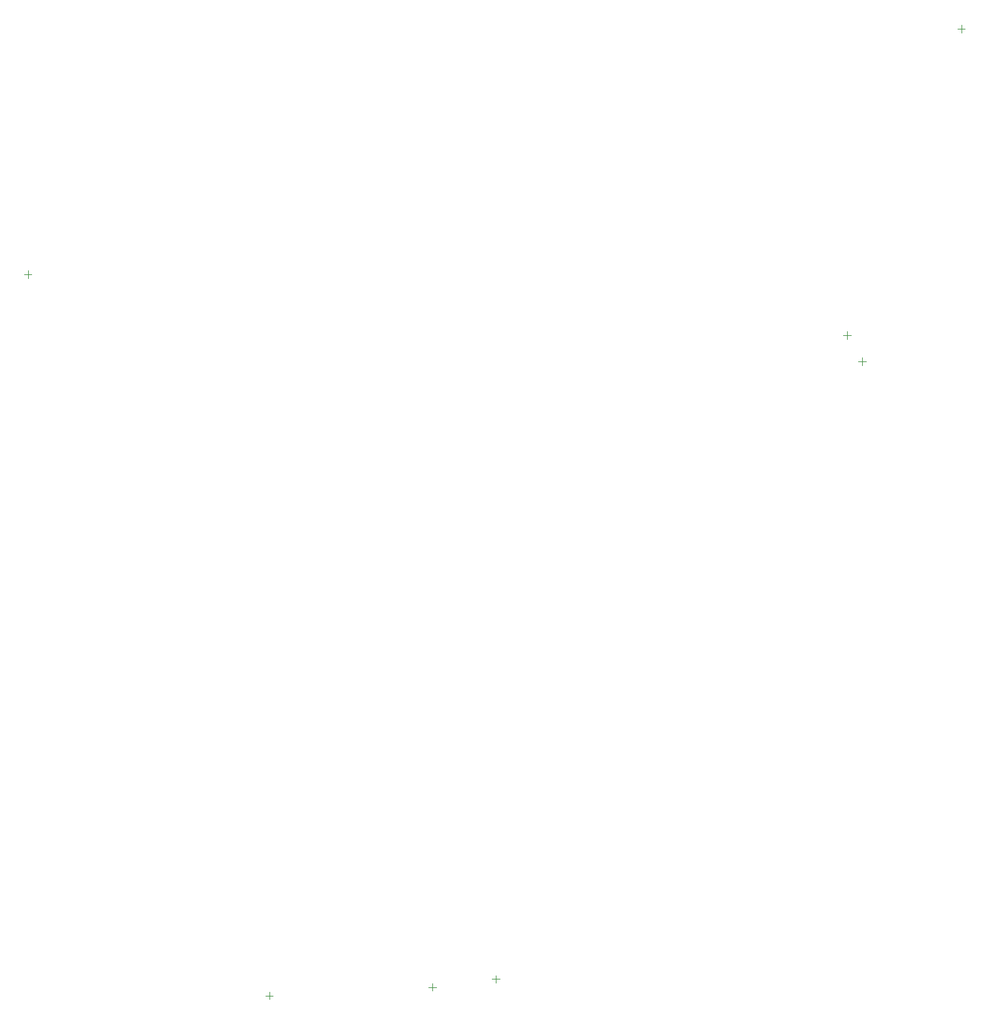
<source format=gbr>
%TF.GenerationSoftware,Altium Limited,Altium Designer,21.6.4 (81)*%
G04 Layer_Color=16711935*
%FSLAX43Y43*%
%MOMM*%
%TF.SameCoordinates,B094594F-E5AE-4C03-B854-EF891E02AD71*%
%TF.FilePolarity,Positive*%
%TF.FileFunction,Other,Top_Component_Center*%
%TF.Part,Single*%
G01*
G75*
%TA.AperFunction,NonConductor*%
%ADD207C,0.100*%
%ADD227C,0.050*%
D207*
X224075Y132025D02*
X225075D01*
X224575Y131525D02*
Y132525D01*
X211275Y89025D02*
X212275D01*
X211775Y88525D02*
Y89525D01*
X164300Y8625D02*
Y9625D01*
X163800Y9125D02*
X164800D01*
X209300Y92400D02*
X210300D01*
X209800Y91900D02*
Y92900D01*
X103251Y100250D02*
X104251D01*
X103751Y99750D02*
Y100750D01*
X155625Y8100D02*
X156625D01*
X156125Y7600D02*
Y8600D01*
D227*
X135000Y6500D02*
Y7500D01*
X134500Y7000D02*
X135500D01*
%TF.MD5,c195a31cd6fe0882da15afcc742f776d*%
M02*

</source>
